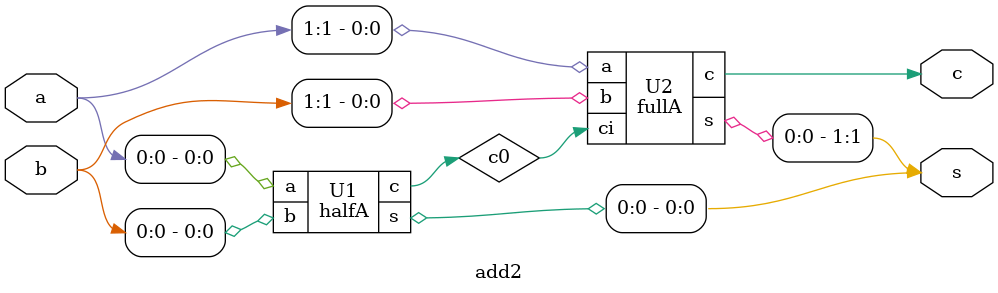
<source format=v>
`timescale 1ns/1ns

module halfA(input a, input b, output s, output c);
    assign #1 s = a ^ b;
    assign #1 c = a & b;
endmodule

module fullA(input a, input b, input ci, output s, output c);
    assign #1 s = a ^ b ^ ci;
    assign #1 c = (a & b) | ((a | b) & ci);
endmodule

module add2(input [1:0] a, input [1:0] b, output [1:0] s, output c);
    wire c0;
    
    halfA U1 (a[0], b[0], s[0], c0);
    fullA U2 (a[1], b[1], c0, s[1], c);
endmodule

</source>
